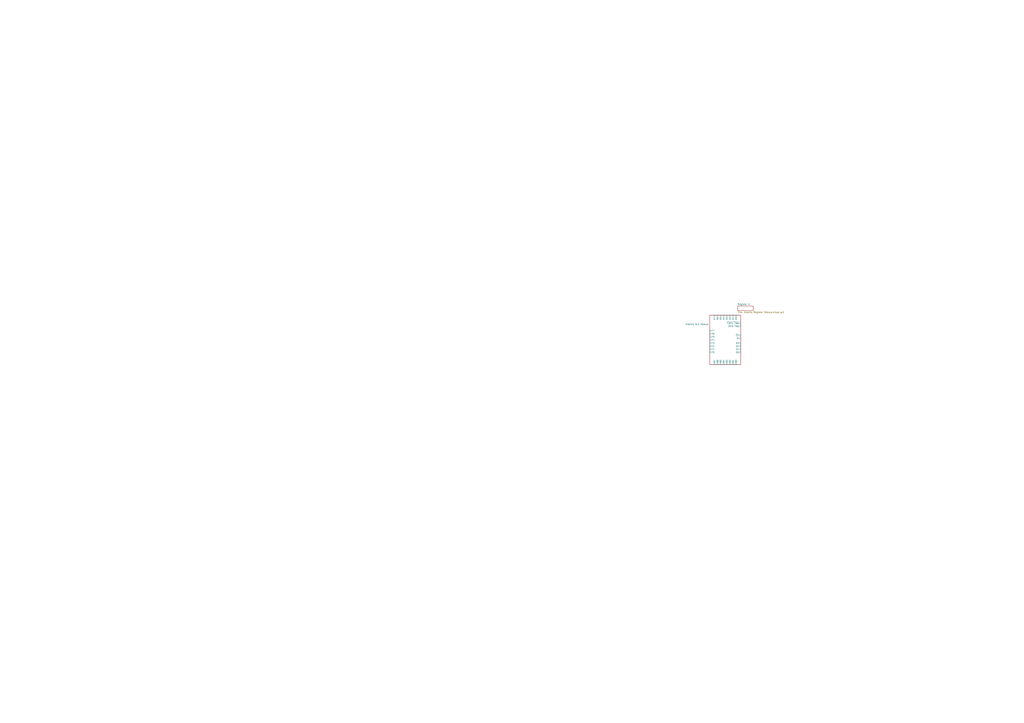
<source format=kicad_sch>
(kicad_sch
	(version 20231120)
	(generator "eeschema")
	(generator_version "8.0")
	(uuid "e5aa38bc-c1b3-42af-8692-454c67b5224c")
	(paper "A1")
	(title_block
		(title "Artemis")
		(date "2024-07-14")
		(rev "1")
		(company "George Sleen")
	)
	(lib_symbols)
	(sheet
		(at 582.93 259.08)
		(size 25.4 40.64)
		(stroke
			(width 0.1524)
			(type solid)
		)
		(fill
			(color 0 0 0 0.0000)
		)
		(uuid "7429cd68-8649-41c9-882b-528396eb7a0e")
		(property "Sheetname" "Artemis ALU Module"
			(at 562.864 267.208 0)
			(effects
				(font
					(size 1.27 1.27)
				)
				(justify left bottom)
			)
		)
		(property "Sheetfile" "Artemis ALU Module.kicad_sch"
			(at 582.93 299.0346 0)
			(effects
				(font
					(size 1.27 1.27)
				)
				(justify left top)
				(hide yes)
			)
		)
		(pin "S0" input
			(at 608.33 289.56 0)
			(effects
				(font
					(size 1.27 1.27)
				)
				(justify right)
			)
			(uuid "7daa0e7e-53d4-4baf-a628-4c01ed21f7c3")
		)
		(pin "S1" input
			(at 608.33 287.02 0)
			(effects
				(font
					(size 1.27 1.27)
				)
				(justify right)
			)
			(uuid "33b323b7-2906-4459-8430-cb8bd6fb120d")
		)
		(pin "S2" input
			(at 608.33 284.48 0)
			(effects
				(font
					(size 1.27 1.27)
				)
				(justify right)
			)
			(uuid "e8dac810-4b55-4ceb-9186-9633e9d168b2")
		)
		(pin "S3" input
			(at 608.33 281.94 0)
			(effects
				(font
					(size 1.27 1.27)
				)
				(justify right)
			)
			(uuid "3897ed20-7321-4342-8839-60c74a8a03f3")
		)
		(pin "M" input
			(at 608.33 278.13 0)
			(effects
				(font
					(size 1.27 1.27)
				)
				(justify right)
			)
			(uuid "f6c0646d-a44c-4360-a348-2b6180a21efe")
		)
		(pin "~{Cn}" input
			(at 608.33 275.59 0)
			(effects
				(font
					(size 1.27 1.27)
				)
				(justify right)
			)
			(uuid "8fb9d6a1-86e7-4b94-8ebf-753cff60a051")
		)
		(pin "F0" input
			(at 582.93 289.56 180)
			(effects
				(font
					(size 1.27 1.27)
				)
				(justify left)
			)
			(uuid "89cb0c52-9688-4474-ad00-8ff594c598c0")
		)
		(pin "F1" input
			(at 582.93 287.02 180)
			(effects
				(font
					(size 1.27 1.27)
				)
				(justify left)
			)
			(uuid "61838c35-a098-4eaa-bcc2-761452efcd74")
		)
		(pin "F2" input
			(at 582.93 284.48 180)
			(effects
				(font
					(size 1.27 1.27)
				)
				(justify left)
			)
			(uuid "7cf5b32c-5b4e-455e-960a-8838f80b3d03")
		)
		(pin "F3" input
			(at 582.93 281.94 180)
			(effects
				(font
					(size 1.27 1.27)
				)
				(justify left)
			)
			(uuid "b5050084-660d-4b93-8638-ccbd6caa5f86")
		)
		(pin "~{Carry flag}" input
			(at 608.33 265.43 0)
			(effects
				(font
					(size 1.27 1.27)
				)
				(justify right)
			)
			(uuid "0937d7fc-2f05-4cfc-a04c-6040f8f47cbf")
		)
		(pin "Zero flag" input
			(at 608.33 267.97 0)
			(effects
				(font
					(size 1.27 1.27)
				)
				(justify right)
			)
			(uuid "ad0855a9-57f9-40f5-b914-08121f31ce4a")
		)
		(pin "F4" input
			(at 582.93 279.4 180)
			(effects
				(font
					(size 1.27 1.27)
				)
				(justify left)
			)
			(uuid "1baf0123-acc7-4410-9a35-8ed2a721670f")
		)
		(pin "F5" input
			(at 582.93 276.86 180)
			(effects
				(font
					(size 1.27 1.27)
				)
				(justify left)
			)
			(uuid "317d8f71-c6bd-4c0c-a2cf-7e4f043ebce0")
		)
		(pin "F6" input
			(at 582.93 274.32 180)
			(effects
				(font
					(size 1.27 1.27)
				)
				(justify left)
			)
			(uuid "bb9d34c9-477a-4d32-b738-a62a589531ac")
		)
		(pin "F7" input
			(at 582.93 271.78 180)
			(effects
				(font
					(size 1.27 1.27)
				)
				(justify left)
			)
			(uuid "b9cfe424-0bff-4926-8904-34bcb9750798")
		)
		(pin "A3" input
			(at 596.9 259.08 90)
			(effects
				(font
					(size 1.27 1.27)
				)
				(justify right)
			)
			(uuid "bbf9aacc-d58d-4995-b748-b6e6b3a26f10")
		)
		(pin "A0" input
			(at 604.52 259.08 90)
			(effects
				(font
					(size 1.27 1.27)
				)
				(justify right)
			)
			(uuid "525d1992-9e36-4441-a8c6-924d7c04271c")
		)
		(pin "A1" input
			(at 601.98 259.08 90)
			(effects
				(font
					(size 1.27 1.27)
				)
				(justify right)
			)
			(uuid "2c4af6bf-c606-4d35-bf5f-18a8032165b0")
		)
		(pin "A2" input
			(at 599.44 259.08 90)
			(effects
				(font
					(size 1.27 1.27)
				)
				(justify right)
			)
			(uuid "7bd7537d-8149-4659-ba35-717dbe0bc53d")
		)
		(pin "A4" input
			(at 594.36 259.08 90)
			(effects
				(font
					(size 1.27 1.27)
				)
				(justify right)
			)
			(uuid "a4607682-9966-458e-8a54-bb6052a3b050")
		)
		(pin "A5" input
			(at 591.82 259.08 90)
			(effects
				(font
					(size 1.27 1.27)
				)
				(justify right)
			)
			(uuid "e91c0598-3dbc-4f61-b483-7ff575830c84")
		)
		(pin "A6" input
			(at 589.28 259.08 90)
			(effects
				(font
					(size 1.27 1.27)
				)
				(justify right)
			)
			(uuid "cc999a1e-511d-490a-a840-c8a226428d8c")
		)
		(pin "A7" input
			(at 586.74 259.08 90)
			(effects
				(font
					(size 1.27 1.27)
				)
				(justify right)
			)
			(uuid "c1b364e8-8c5a-4afd-a24c-56c3547cbc0b")
		)
		(pin "B4" input
			(at 594.36 299.72 270)
			(effects
				(font
					(size 1.27 1.27)
				)
				(justify left)
			)
			(uuid "35da9e3e-d33a-48b1-861c-ddc653a9448b")
		)
		(pin "B0" input
			(at 604.52 299.72 270)
			(effects
				(font
					(size 1.27 1.27)
				)
				(justify left)
			)
			(uuid "579c8dc8-3f7f-4ab0-887e-73749c3a7e83")
		)
		(pin "B3" input
			(at 596.9 299.72 270)
			(effects
				(font
					(size 1.27 1.27)
				)
				(justify left)
			)
			(uuid "2e0397dc-554e-4dcf-aa28-11f94a490d01")
		)
		(pin "B1" input
			(at 601.98 299.72 270)
			(effects
				(font
					(size 1.27 1.27)
				)
				(justify left)
			)
			(uuid "a160e8b1-8770-4054-8481-a69945638d3d")
		)
		(pin "B2" input
			(at 599.44 299.72 270)
			(effects
				(font
					(size 1.27 1.27)
				)
				(justify left)
			)
			(uuid "95031da4-c9cd-420b-851d-73d5c1095f06")
		)
		(pin "B5" input
			(at 591.82 299.72 270)
			(effects
				(font
					(size 1.27 1.27)
				)
				(justify left)
			)
			(uuid "80bf582e-bc30-4291-9955-8eb2d946f1fe")
		)
		(pin "B6" input
			(at 589.28 299.72 270)
			(effects
				(font
					(size 1.27 1.27)
				)
				(justify left)
			)
			(uuid "bcd458dc-da0c-41c2-9410-1138c9dcdcdd")
		)
		(pin "B7" input
			(at 586.74 299.72 270)
			(effects
				(font
					(size 1.27 1.27)
				)
				(justify left)
			)
			(uuid "a871448e-acda-462e-abf9-15cd51f1b737")
		)
		(instances
			(project "Artemis Architecture"
				(path "/e5aa38bc-c1b3-42af-8692-454c67b5224c"
					(page "2")
				)
			)
		)
	)
	(sheet
		(at 605.79 251.46)
		(size 12.7 3.81)
		(fields_autoplaced yes)
		(stroke
			(width 0.1524)
			(type solid)
		)
		(fill
			(color 0 0 0 0.0000)
		)
		(uuid "9f3c9fbe-265d-4e10-984a-2092feb0c32d")
		(property "Sheetname" "Register A"
			(at 605.79 250.7484 0)
			(effects
				(font
					(size 1.27 1.27)
				)
				(justify left bottom)
			)
		)
		(property "Sheetfile" "Artemis Register Module.kicad_sch"
			(at 605.79 255.8546 0)
			(effects
				(font
					(size 1.27 1.27)
				)
				(justify left top)
			)
		)
		(instances
			(project "Artemis Architecture"
				(path "/e5aa38bc-c1b3-42af-8692-454c67b5224c"
					(page "3")
				)
			)
		)
	)
	(sheet_instances
		(path "/"
			(page "1")
		)
	)
)

</source>
